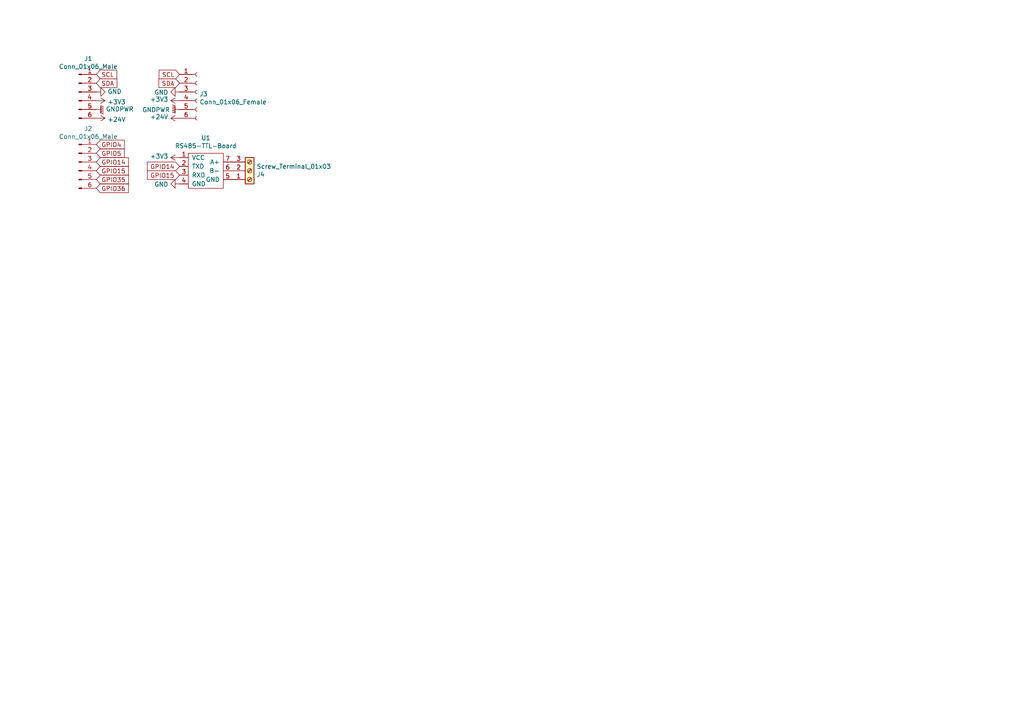
<source format=kicad_sch>
(kicad_sch (version 20210621) (generator eeschema)
  (paper "A4")
  (lib_symbols
    (symbol "Connector:Conn_01x06_Female" (pin_names (offset 1.016) hide)
      (property "Reference" "J" (at 0 7.62 0))
      (property "Value" "Conn_01x06_Female" (at 0 -10.16 0))
      (symbol "Conn_01x06_Female_1_1"
        (arc (start 0 -7.112) (end 0 -8.128) (radius (at 0 -7.62) (length 0.508) (angles 90.1 -90.1)) (stroke (width 0.1524)))
        (arc (start 0 -4.572) (end 0 -5.588) (radius (at 0 -5.08) (length 0.508) (angles 90.1 -90.1)) (stroke (width 0.1524)))
        (arc (start 0 -2.032) (end 0 -3.048) (radius (at 0 -2.54) (length 0.508) (angles 90.1 -90.1)) (stroke (width 0.1524)))
        (arc (start 0 0.508) (end 0 -0.508) (radius (at 0 0) (length 0.508) (angles 90.1 -90.1)) (stroke (width 0.1524)))
        (arc (start 0 3.048) (end 0 2.032) (radius (at 0 2.54) (length 0.508) (angles 90.1 -90.1)) (stroke (width 0.1524)))
        (arc (start 0 5.588) (end 0 4.572) (radius (at 0 5.08) (length 0.508) (angles 90.1 -90.1)) (stroke (width 0.1524)))
        (polyline (pts (xy -1.27 -7.62) (xy -0.508 -7.62)) (stroke (width 0.1524)))
        (polyline (pts (xy -1.27 -5.08) (xy -0.508 -5.08)) (stroke (width 0.1524)))
        (polyline (pts (xy -1.27 -2.54) (xy -0.508 -2.54)) (stroke (width 0.1524)))
        (polyline (pts (xy -1.27 0) (xy -0.508 0)) (stroke (width 0.1524)))
        (polyline (pts (xy -1.27 2.54) (xy -0.508 2.54)) (stroke (width 0.1524)))
        (polyline (pts (xy -1.27 5.08) (xy -0.508 5.08)) (stroke (width 0.1524)))
        (pin passive line (at -5.08 5.08 0) (length 3.81) (name "Pin_1") (number "1"))
        (pin passive line (at -5.08 2.54 0) (length 3.81) (name "Pin_2") (number "2"))
        (pin passive line (at -5.08 0 0) (length 3.81) (name "Pin_3") (number "3"))
        (pin passive line (at -5.08 -2.54 0) (length 3.81) (name "Pin_4") (number "4"))
        (pin passive line (at -5.08 -5.08 0) (length 3.81) (name "Pin_5") (number "5"))
        (pin passive line (at -5.08 -7.62 0) (length 3.81) (name "Pin_6") (number "6"))
      )
    )
    (symbol "Connector:Conn_01x06_Male" (pin_names (offset 1.016) hide)
      (property "Reference" "J" (at 0 7.62 0))
      (property "Value" "Conn_01x06_Male" (at 0 -10.16 0))
      (symbol "Conn_01x06_Male_1_1"
        (rectangle (start 0.8636 -7.493) (end 0 -7.747) (stroke (width 0.1524)) (fill (type outline)))
        (rectangle (start 0.8636 -4.953) (end 0 -5.207) (stroke (width 0.1524)) (fill (type outline)))
        (rectangle (start 0.8636 -2.413) (end 0 -2.667) (stroke (width 0.1524)) (fill (type outline)))
        (rectangle (start 0.8636 0.127) (end 0 -0.127) (stroke (width 0.1524)) (fill (type outline)))
        (rectangle (start 0.8636 2.667) (end 0 2.413) (stroke (width 0.1524)) (fill (type outline)))
        (rectangle (start 0.8636 5.207) (end 0 4.953) (stroke (width 0.1524)) (fill (type outline)))
        (polyline (pts (xy 1.27 -7.62) (xy 0.8636 -7.62)) (stroke (width 0.1524)))
        (polyline (pts (xy 1.27 -5.08) (xy 0.8636 -5.08)) (stroke (width 0.1524)))
        (polyline (pts (xy 1.27 -2.54) (xy 0.8636 -2.54)) (stroke (width 0.1524)))
        (polyline (pts (xy 1.27 0) (xy 0.8636 0)) (stroke (width 0.1524)))
        (polyline (pts (xy 1.27 2.54) (xy 0.8636 2.54)) (stroke (width 0.1524)))
        (polyline (pts (xy 1.27 5.08) (xy 0.8636 5.08)) (stroke (width 0.1524)))
        (pin passive line (at 5.08 5.08 180) (length 3.81) (name "Pin_1") (number "1"))
        (pin passive line (at 5.08 2.54 180) (length 3.81) (name "Pin_2") (number "2"))
        (pin passive line (at 5.08 0 180) (length 3.81) (name "Pin_3") (number "3"))
        (pin passive line (at 5.08 -2.54 180) (length 3.81) (name "Pin_4") (number "4"))
        (pin passive line (at 5.08 -5.08 180) (length 3.81) (name "Pin_5") (number "5"))
        (pin passive line (at 5.08 -7.62 180) (length 3.81) (name "Pin_6") (number "6"))
      )
    )
    (symbol "Connector:Screw_Terminal_01x03" (pin_names (offset 1.016) hide)
      (property "Reference" "J" (at 0 5.08 0))
      (property "Value" "Screw_Terminal_01x03" (at 0 -5.08 0))
      (symbol "Screw_Terminal_01x03_1_1"
        (circle (center 0 -2.54) (radius 0.635) (stroke (width 0.1524)))
        (circle (center 0 0) (radius 0.635) (stroke (width 0.1524)))
        (circle (center 0 2.54) (radius 0.635) (stroke (width 0.1524)))
        (rectangle (start -1.27 3.81) (end 1.27 -3.81) (stroke (width 0.254)) (fill (type background)))
        (polyline (pts (xy -0.5334 -2.2098) (xy 0.3302 -3.048)) (stroke (width 0.1524)))
        (polyline (pts (xy -0.5334 0.3302) (xy 0.3302 -0.508)) (stroke (width 0.1524)))
        (polyline (pts (xy -0.5334 2.8702) (xy 0.3302 2.032)) (stroke (width 0.1524)))
        (polyline (pts (xy -0.3556 -2.032) (xy 0.508 -2.8702)) (stroke (width 0.1524)))
        (polyline (pts (xy -0.3556 0.508) (xy 0.508 -0.3302)) (stroke (width 0.1524)))
        (polyline (pts (xy -0.3556 3.048) (xy 0.508 2.2098)) (stroke (width 0.1524)))
        (pin passive line (at -5.08 2.54 0) (length 3.81) (name "Pin_1") (number "1"))
        (pin passive line (at -5.08 0 0) (length 3.81) (name "Pin_2") (number "2"))
        (pin passive line (at -5.08 -2.54 0) (length 3.81) (name "Pin_3") (number "3"))
      )
    )
    (symbol "boards:RS485-TTL-Board" (pin_names (offset 1.016))
      (property "Reference" "U" (at -3.81 6.35 0))
      (property "Value" "RS485-TTL-Board" (at 1.27 -6.35 0))
      (symbol "RS485-TTL-Board_0_1"
        (rectangle (start -5.08 5.08) (end 5.08 -5.08))
      )
      (symbol "RS485-TTL-Board_1_1"
        (pin power_in line (at -7.62 3.81 0) (length 2.54) (name "VCC") (number "1"))
        (pin output line (at -7.62 1.27 0) (length 2.54) (name "TXD") (number "2"))
        (pin input line (at -7.62 -1.27 0) (length 2.54) (name "RXD") (number "3"))
        (pin power_in line (at -7.62 -3.81 0) (length 2.54) (name "GND") (number "4"))
        (pin power_out line (at 7.62 -2.54 180) (length 2.54) (name "GND") (number "5"))
        (pin bidirectional line (at 7.62 0 180) (length 2.54) (name "B-") (number "6"))
        (pin bidirectional line (at 7.62 2.54 180) (length 2.54) (name "A+") (number "7"))
      )
    )
    (symbol "power:+24V" (power) (pin_names (offset 0))
      (property "Value" "+24V" (at 0 3.556 0))
      (symbol "+24V_0_1"
        (polyline (pts (xy -0.762 1.27) (xy 0 2.54)))
        (polyline (pts (xy 0 0) (xy 0 2.54)))
        (polyline (pts (xy 0 2.54) (xy 0.762 1.27)))
      )
      (symbol "+24V_1_1"
        (pin power_in line (at 0 0 90) (length 0) hide (name "+24V") (number "1"))
      )
    )
    (symbol "power:+3.3V" (power) (pin_names (offset 0))
      (property "Value" "+3.3V" (at 0 3.556 0))
      (symbol "+3.3V_0_1"
        (polyline (pts (xy -0.762 1.27) (xy 0 2.54)))
        (polyline (pts (xy 0 0) (xy 0 2.54)))
        (polyline (pts (xy 0 2.54) (xy 0.762 1.27)))
      )
      (symbol "+3.3V_1_1"
        (pin power_in line (at 0 0 90) (length 0) hide (name "+3V3") (number "1"))
      )
    )
    (symbol "power:GND" (power) (pin_names (offset 0))
      (property "Value" "GND" (at 0 -3.81 0))
      (symbol "GND_0_1"
        (polyline (pts (xy 0 0) (xy 0 -1.27) (xy 1.27 -1.27) (xy 0 -2.54) (xy -1.27 -1.27) (xy 0 -1.27)))
      )
      (symbol "GND_1_1"
        (pin power_in line (at 0 0 270) (length 0) hide (name "GND") (number "1"))
      )
    )
    (symbol "power:GNDPWR" (power) (pin_names (offset 0))
      (property "Value" "GNDPWR" (at 0 -3.302 0))
      (symbol "GNDPWR_0_1"
        (polyline (pts (xy 0 -1.27) (xy 0 0)))
        (polyline (pts (xy -1.016 -1.27) (xy -1.27 -2.032) (xy -1.27 -2.032)) (stroke (width 0.2032)))
        (polyline (pts (xy -0.508 -1.27) (xy -0.762 -2.032) (xy -0.762 -2.032)) (stroke (width 0.2032)))
        (polyline (pts (xy 0 -1.27) (xy -0.254 -2.032) (xy -0.254 -2.032)) (stroke (width 0.2032)))
        (polyline (pts (xy 0.508 -1.27) (xy 0.254 -2.032) (xy 0.254 -2.032)) (stroke (width 0.2032)))
        (polyline (pts (xy 1.016 -1.27) (xy -1.016 -1.27) (xy -1.016 -1.27)) (stroke (width 0.2032)))
        (polyline (pts (xy 1.016 -1.27) (xy 0.762 -2.032) (xy 0.762 -2.032) (xy 0.762 -2.032)) (stroke (width 0.2032)))
      )
      (symbol "GNDPWR_1_1"
        (pin power_in line (at 0 0 270) (length 0) hide (name "GNDPWR") (number "1"))
      )
    )
  )
  (global_label "SCL" (shape input) (at 27.94 21.59 0) (property "Intersheet References" "${INTERSHEET_REFS}" (effects hide)))
  (global_label "SDA" (shape input) (at 27.94 24.13 0) (property "Intersheet References" "${INTERSHEET_REFS}" (effects hide)))
  (global_label "GPIO4" (shape input) (at 27.94 41.91 0) (property "Intersheet References" "${INTERSHEET_REFS}" (effects hide)))
  (global_label "GPIO5" (shape input) (at 27.94 44.45 0) (property "Intersheet References" "${INTERSHEET_REFS}" (effects hide)))
  (global_label "GPIO14" (shape input) (at 27.94 46.99 0) (property "Intersheet References" "${INTERSHEET_REFS}" (effects hide)))
  (global_label "GPIO15" (shape input) (at 27.94 49.53 0) (property "Intersheet References" "${INTERSHEET_REFS}" (effects hide)))
  (global_label "GPIO35" (shape input) (at 27.94 52.07 0) (property "Intersheet References" "${INTERSHEET_REFS}" (effects hide)))
  (global_label "GPIO36" (shape input) (at 27.94 54.61 0) (property "Intersheet References" "${INTERSHEET_REFS}" (effects hide)))
  (global_label "SCL" (shape input) (at 52.07 21.59 180) (property "Intersheet References" "${INTERSHEET_REFS}" (effects hide)))
  (global_label "SDA" (shape input) (at 52.07 24.13 180) (property "Intersheet References" "${INTERSHEET_REFS}" (effects hide)))
  (global_label "GPIO14" (shape input) (at 52.07 48.26 180) (property "Intersheet References" "${INTERSHEET_REFS}" (effects hide)))
  (global_label "GPIO15" (shape input) (at 52.07 50.8 180) (property "Intersheet References" "${INTERSHEET_REFS}" (effects hide)))
  (symbol (lib_id "power:+3.3V") (at 27.94 29.21 270) (unit 1)
    (property "Reference" "#PWR02" (effects hide))
    (property "Value" "+3.3V" (at 31.1912 29.591 90) (effects (justify left)))
  )
  (symbol (lib_id "power:+24V") (at 27.94 34.29 270) (unit 1)
    (property "Reference" "#PWR04" (effects hide))
    (property "Value" "+24V" (at 31.1912 34.671 90) (effects (justify left)))
  )
  (symbol (lib_id "power:+3.3V") (at 52.07 29.21 90) (unit 1)
    (property "Reference" "#PWR06" (effects hide))
    (property "Value" "+3.3V" (at 48.8188 28.829 90) (effects (justify left)))
  )
  (symbol (lib_id "power:+24V") (at 52.07 34.29 90) (unit 1)
    (property "Reference" "#PWR08" (effects hide))
    (property "Value" "+24V" (at 48.8188 33.909 90) (effects (justify left)))
  )
  (symbol (lib_id "power:+3.3V") (at 52.07 45.72 90) (unit 1)
    (property "Reference" "#PWR09" (effects hide))
    (property "Value" "+3.3V" (at 48.8188 45.339 90) (effects (justify left)))
  )
  (symbol (lib_id "power:GNDPWR") (at 27.94 31.75 90) (unit 1)
    (property "Reference" "#PWR03" (effects hide))
    (property "Value" "GNDPWR" (at 30.7086 31.6484 90) (effects (justify right)))
  )
  (symbol (lib_id "power:GNDPWR") (at 52.07 31.75 270) (unit 1)
    (property "Reference" "#PWR07" (effects hide))
    (property "Value" "GNDPWR" (at 49.3014 31.8516 90) (effects (justify right)))
  )
  (symbol (lib_id "power:GND") (at 27.94 26.67 90) (unit 1)
    (property "Reference" "#PWR01" (effects hide))
    (property "Value" "GND" (at 31.1912 26.543 90) (effects (justify right)))
  )
  (symbol (lib_id "power:GND") (at 52.07 26.67 270) (unit 1)
    (property "Reference" "#PWR05" (effects hide))
    (property "Value" "GND" (at 48.8188 26.797 90) (effects (justify right)))
  )
  (symbol (lib_id "power:GND") (at 52.07 53.34 270) (unit 1)
    (property "Reference" "#PWR010" (effects hide))
    (property "Value" "GND" (at 48.8188 53.467 90) (effects (justify right)))
  )
  (symbol (lib_id "Connector:Screw_Terminal_01x03") (at 72.39 49.53 0) (mirror x) (unit 1)
    (property "Reference" "J4" (at 74.422 50.5968 0) (effects (justify left)))
    (property "Value" "Screw_Terminal_01x03" (at 74.422 48.2854 0) (effects (justify left)))
    (property "Footprint" "TerminalBlock_Phoenix:TerminalBlock_Phoenix_PT-1,5-3-3.5-H_1x03_P3.50mm_Horizontal" (effects hide))
  )
  (symbol (lib_id "Connector:Conn_01x06_Male") (at 22.86 26.67 0) (unit 1)
    (property "Reference" "J1" (at 25.6032 16.9926 0))
    (property "Value" "Conn_01x06_Male" (at 25.6032 19.304 0))
    (property "Footprint" "Connector_PinHeader_2.54mm:PinHeader_1x06_P2.54mm_Horizontal" (effects hide))
  )
  (symbol (lib_id "Connector:Conn_01x06_Male") (at 22.86 46.99 0) (unit 1)
    (property "Reference" "J2" (at 25.6032 37.3126 0))
    (property "Value" "Conn_01x06_Male" (at 25.6032 39.624 0))
    (property "Footprint" "Connector_PinHeader_2.54mm:PinHeader_1x06_P2.54mm_Horizontal" (effects hide))
  )
  (symbol (lib_id "Connector:Conn_01x06_Female") (at 57.15 26.67 0) (unit 1)
    (property "Reference" "J3" (at 57.8612 27.2796 0) (effects (justify left)))
    (property "Value" "Conn_01x06_Female" (at 57.8612 29.591 0) (effects (justify left)))
    (property "Footprint" "Connector_PinSocket_2.54mm:PinSocket_1x06_P2.54mm_Horizontal" (effects hide))
  )
  (symbol (lib_id "boards:RS485-TTL-Board") (at 59.69 49.53 0) (unit 1)
    (property "Reference" "U1" (at 59.69 40.005 0))
    (property "Value" "RS485-TTL-Board" (at 59.69 42.3164 0))
    (property "Footprint" "boards:RS485-TTL-Board-DsdTech" (effects hide))
  )
)
</source>
